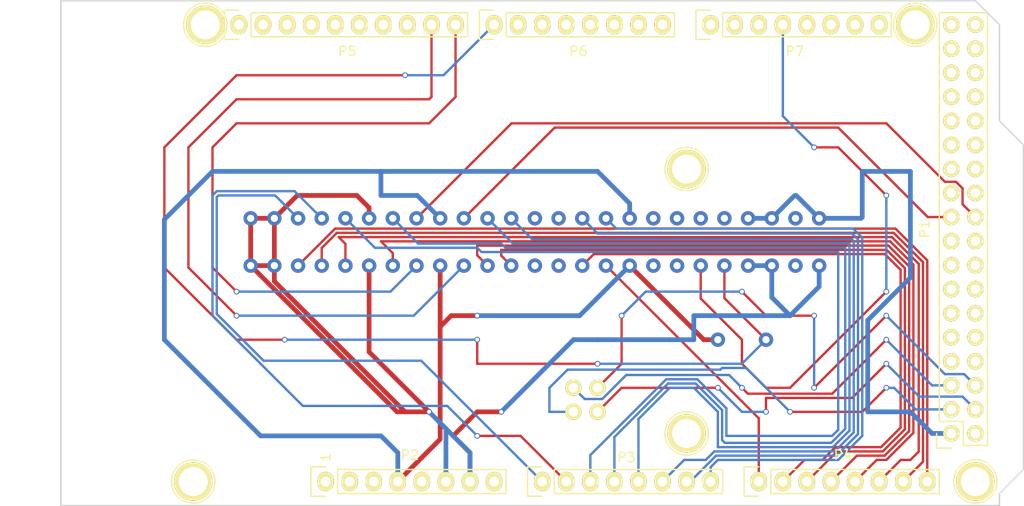
<source format=kicad_pcb>
(kicad_pcb (version 20211014) (generator pcbnew)
  (title_block (date "mar. 31 mars 2015"))
  (layers (0 "F.Cu" signal) (31 "B.Cu" signal) (34 "B.Paste" user) (35 "F.Paste" user) (36 "B.SilkS" user "B.Silkscreen") (37 "F.SilkS" user "F.Silkscreen") (38 "B.Mask" user) (39 "F.Mask" user) (44 "Edge.Cuts" user))
  (net 0 "")
  (net 1 "GND")
  (net 2 "/52(SCK)")
  (net 3 "/53(SS)")
  (net 4 "/50(MISO)")
  (net 5 "/51(MOSI)")
  (net 6 "/48")
  (net 7 "/49")
  (net 8 "/46")
  (net 9 "/47")
  (net 10 "/44")
  (net 11 "/45")
  (net 12 "/42")
  (net 13 "/43")
  (net 14 "/40")
  (net 15 "/41")
  (net 16 "/38")
  (net 17 "/39")
  (net 18 "/36")
  (net 19 "/37")
  (net 20 "/34")
  (net 21 "/35")
  (net 22 "/32")
  (net 23 "/33")
  (net 24 "/30")
  (net 25 "/31")
  (net 26 "/28")
  (net 27 "/29")
  (net 28 "/26")
  (net 29 "/27")
  (net 30 "/24")
  (net 31 "/25")
  (net 32 "/22")
  (net 33 "/23")
  (net 34 "+5V")
  (net 35 "/IOREF")
  (net 36 "/Reset")
  (net 37 "/Vin")
  (net 38 "/A0")
  (net 39 "/A1")
  (net 40 "/A2")
  (net 41 "/A3")
  (net 42 "/A4")
  (net 43 "/A5")
  (net 44 "/A6")
  (net 45 "/A7")
  (net 46 "/A8")
  (net 47 "/A9")
  (net 48 "/A10")
  (net 49 "/A11")
  (net 50 "/A12")
  (net 51 "/A13")
  (net 52 "/A14")
  (net 53 "/A15")
  (net 54 "/SCL")
  (net 55 "/SDA")
  (net 56 "/AREF")
  (net 57 "/9(**)")
  (net 58 "/8(**)")
  (net 59 "/7(**)")
  (net 60 "/20(SDA)")
  (net 61 "/21(SCL)")
  (net 62 "Net-(P8-Pad1)")
  (net 63 "Net-(P9-Pad1)")
  (net 64 "Net-(P10-Pad1)")
  (net 65 "Net-(P11-Pad1)")
  (net 66 "Net-(P12-Pad1)")
  (net 67 "Net-(P13-Pad1)")
  (net 68 "Net-(P2-Pad1)")
  (net 69 "+3V3")
  (net 70 "/14(Tx3)")
  (net 71 "/15(Rx3)")
  (net 72 "/16(Tx2)")
  (net 73 "/17(Rx2)")
  (net 74 "/18(Tx1)")
  (net 75 "/19(Rx1)")
  (footprint "Socket_Arduino_Mega:Socket_Strip_Arduino_2x18" (layer "F.Cu") (at 197.358 114.046 90)
    (fp_text reference "P1" (at 21.59 -2.794 90) (layer "F.SilkS"))
    (fp_text value "Digital")
    (pad "1" thru_hole circle locked (at 0 0 90) (size 1.7272 1.7272) (drill 1.016) (layers *.Cu *.Mask "F.SilkS") (net 1 "GND"))
    (pad "2" thru_hole oval locked (at 0 2.54 90) (size 1.7272 1.7272) (drill 1.016) (layers *.Cu *.Mask "F.SilkS") (net 1 "GND"))
    (pad "3" thru_hole oval locked (at 2.54 0 90) (size 1.7272 1.7272) (drill 1.016) (layers *.Cu *.Mask "F.SilkS") (net 2 "/52(SCK)"))
    (pad "4" thru_hole oval locked (at 2.54 2.54 90) (size 1.7272 1.7272) (drill 1.016) (layers *.Cu *.Mask "F.SilkS") (net 3 "/53(SS)"))
    (pad "5" thru_hole oval locked (at 5.08 0 90) (size 1.7272 1.7272) (drill 1.016) (layers *.Cu *.Mask "F.SilkS") (net 4 "/50(MISO)"))
    (pad "6" thru_hole oval locked (at 5.08 2.54 90) (size 1.7272 1.7272) (drill 1.016) (layers *.Cu *.Mask "F.SilkS") (net 5 "/51(MOSI)"))
    (pad "7" thru_hole oval locked (at 7.62 0 90) (size 1.7272 1.7272) (drill 1.016) (layers *.Cu *.Mask "F.SilkS") (net 6 "/48"))
    (pad "8" thru_hole oval locked (at 7.62 2.54 90) (size 1.7272 1.7272) (drill 1.016) (layers *.Cu *.Mask "F.SilkS") (net 7 "/49"))
    (pad "9" thru_hole oval locked (at 10.16 0 90) (size 1.7272 1.7272) (drill 1.016) (layers *.Cu *.Mask "F.SilkS") (net 8 "/46"))
    (pad "10" thru_hole oval locked (at 10.16 2.54 90) (size 1.7272 1.7272) (drill 1.016) (layers *.Cu *.Mask "F.SilkS") (net 9 "/47"))
    (pad "11" thru_hole oval locked (at 12.7 0 90) (size 1.7272 1.7272) (drill 1.016) (layers *.Cu *.Mask "F.SilkS") (net 10 "/44"))
    (pad "12" thru_hole oval locked (at 12.7 2.54 90) (size 1.7272 1.7272) (drill 1.016) (layers *.Cu *.Mask "F.SilkS") (net 11 "/45"))
    (pad "13" thru_hole oval locked (at 15.24 0 90) (size 1.7272 1.7272) (drill 1.016) (layers *.Cu *.Mask "F.SilkS") (net 12 "/42"))
    (pad "14" thru_hole oval locked (at 15.24 2.54 90) (size 1.7272 1.7272) (drill 1.016) (layers *.Cu *.Mask "F.SilkS") (net 13 "/43"))
    (pad "15" thru_hole oval locked (at 17.78 0 90) (size 1.7272 1.7272) (drill 1.016) (layers *.Cu *.Mask "F.SilkS") (net 14 "/40"))
    (pad "16" thru_hole oval locked (at 17.78 2.54 90) (size 1.7272 1.7272) (drill 1.016) (layers *.Cu *.Mask "F.SilkS") (net 15 "/41"))
    (pad "17" thru_hole oval locked (at 20.32 0 90) (size 1.7272 1.7272) (drill 1.016) (layers *.Cu *.Mask "F.SilkS") (net 16 "/38"))
    (pad "18" thru_hole oval locked (at 20.32 2.54 90) (size 1.7272 1.7272) (drill 1.016) (layers *.Cu *.Mask "F.SilkS") (net 17 "/39"))
    (pad "21" thru_hole oval locked (at 25.4 0 90) (size 1.7272 1.7272) (drill 1.016) (layers *.Cu *.Mask "F.SilkS") (net 20 "/34"))
    (pad "22" thru_hole oval locked (at 25.4 2.54 90) (size 1.7272 1.7272) (drill 1.016) (layers *.Cu *.Mask "F.SilkS") (net 21 "/35"))
    (pad "23" thru_hole oval locked (at 27.94 0 90) (size 1.7272 1.7272) (drill 1.016) (layers *.Cu *.Mask "F.SilkS") (net 22 "/32"))
    (pad "24" thru_hole oval locked (at 27.94 2.54 90) (size 1.7272 1.7272) (drill 1.016) (layers *.Cu *.Mask "F.SilkS") (net 23 "/33"))
    (pad "25" thru_hole oval locked (at 30.48 0 90) (size 1.7272 1.7272) (drill 1.016) (layers *.Cu *.Mask "F.SilkS") (net 24 "/30"))
    (pad "26" thru_hole oval locked (at 30.48 2.54 90) (size 1.7272 1.7272) (drill 1.016) (layers *.Cu *.Mask "F.SilkS") (net 25 "/31"))
    (pad "27" thru_hole oval locked (at 33.02 0 90) (size 1.7272 1.7272) (drill 1.016) (layers *.Cu *.Mask "F.SilkS") (net 26 "/28"))
    (pad "28" thru_hole oval locked (at 33.02 2.54 90) (size 1.7272 1.7272) (drill 1.016) (layers *.Cu *.Mask "F.SilkS") (net 27 "/29"))
    (pad "29" thru_hole oval locked (at 35.56 0 90) (size 1.7272 1.7272) (drill 1.016) (layers *.Cu *.Mask "F.SilkS") (net 28 "/26"))
    (pad "30" thru_hole oval locked (at 35.56 2.54 90) (size 1.7272 1.7272) (drill 1.016) (layers *.Cu *.Mask "F.SilkS") (net 29 "/27"))
    (pad "31" thru_hole oval locked (at 38.1 0 90) (size 1.7272 1.7272) (drill 1.016) (layers *.Cu *.Mask "F.SilkS") (net 30 "/24"))
    (pad "32" thru_hole oval locked (at 38.1 2.54 90) (size 1.7272 1.7272) (drill 1.016) (layers *.Cu *.Mask "F.SilkS") (net 31 "/25"))
    (pad "33" thru_hole oval locked (at 40.64 0 90) (size 1.7272 1.7272) (drill 1.016) (layers *.Cu *.Mask "F.SilkS") (net 32 "/22"))
    (pad "34" thru_hole oval locked (at 40.64 2.54 90) (size 1.7272 1.7272) (drill 1.016) (layers *.Cu *.Mask "F.SilkS") (net 33 "/23"))
    (pad "35" thru_hole oval locked (at 43.18 0 90) (size 1.7272 1.7272) (drill 1.016) (layers *.Cu *.Mask "F.SilkS") (net 34 "+5V"))
    (pad "36" thru_hole oval locked (at 43.18 2.54 90) (size 1.7272 1.7272) (drill 1.016) (layers *.Cu *.Mask "F.SilkS") (net 34 "+5V"))
    (pad "36" thru_hole oval locked (at 22.86 0 90) (size 1.7272 1.7272) (drill 1.016) (layers *.Cu *.Mask "F.SilkS") (net 18 "/36"))
    (pad "37" thru_hole oval locked (at 22.86 2.54 90) (size 1.7272 1.7272) (drill 1.016) (layers *.Cu *.Mask "F.SilkS") (net 19 "/37"))
  )
  (footprint "Socket_Arduino_Mega:Socket_Strip_Arduino_1x08" (layer "F.Cu") (at 131.318 119.126)
    (fp_text reference "P2" (at 8.89 -2.794) (layer "F.SilkS"))
    (fp_text value "Power")
    (pad "1" thru_hole oval locked (at 0 0) (size 1.7272 2.032) (drill 1.016) (layers *.Cu *.Mask "F.SilkS") (net 68 "Net-(P2-Pad1)"))
    (pad "2" thru_hole oval locked (at 2.54 0) (size 1.7272 2.032) (drill 1.016) (layers *.Cu *.Mask "F.SilkS") (net 35 "/IOREF"))
    (pad "3" thru_hole oval locked (at 5.08 0) (size 1.7272 2.032) (drill 1.016) (layers *.Cu *.Mask "F.SilkS") (net 36 "/Reset"))
    (pad "4" thru_hole oval locked (at 7.62 0) (size 1.7272 2.032) (drill 1.016) (layers *.Cu *.Mask "F.SilkS") (net 69 "+3V3"))
    (pad "5" thru_hole oval locked (at 10.16 0) (size 1.7272 2.032) (drill 1.016) (layers *.Cu *.Mask "F.SilkS") (net 34 "+5V"))
    (pad "6" thru_hole oval locked (at 12.7 0) (size 1.7272 2.032) (drill 1.016) (layers *.Cu *.Mask "F.SilkS") (net 1 "GND"))
    (pad "7" thru_hole oval locked (at 15.24 0) (size 1.7272 2.032) (drill 1.016) (layers *.Cu *.Mask "F.SilkS") (net 1 "GND"))
    (pad "8" thru_hole oval locked (at 17.78 0) (size 1.7272 2.032) (drill 1.016) (layers *.Cu *.Mask "F.SilkS") (net 37 "/Vin"))
  )
  (footprint "Socket_Arduino_Mega:Socket_Strip_Arduino_1x08" (layer "F.Cu") (at 154.178 119.126)
    (fp_text reference "P3" (at 8.89 -2.54) (layer "F.SilkS"))
    (fp_text value "Analog")
    (pad "1" thru_hole oval locked (at 0 0) (size 1.7272 2.032) (drill 1.016) (layers *.Cu *.Mask "F.SilkS") (net 38 "/A0"))
    (pad "2" thru_hole oval locked (at 2.54 0) (size 1.7272 2.032) (drill 1.016) (layers *.Cu *.Mask "F.SilkS") (net 39 "/A1"))
    (pad "3" thru_hole oval locked (at 5.08 0) (size 1.7272 2.032) (drill 1.016) (layers *.Cu *.Mask "F.SilkS") (net 40 "/A2"))
    (pad "4" thru_hole oval locked (at 7.62 0) (size 1.7272 2.032) (drill 1.016) (layers *.Cu *.Mask "F.SilkS") (net 41 "/A3"))
    (pad "5" thru_hole oval locked (at 10.16 0) (size 1.7272 2.032) (drill 1.016) (layers *.Cu *.Mask "F.SilkS") (net 42 "/A4"))
    (pad "6" thru_hole oval locked (at 12.7 0) (size 1.7272 2.032) (drill 1.016) (layers *.Cu *.Mask "F.SilkS") (net 43 "/A5"))
    (pad "7" thru_hole oval locked (at 15.24 0) (size 1.7272 2.032) (drill 1.016) (layers *.Cu *.Mask "F.SilkS") (net 44 "/A6"))
    (pad "8" thru_hole oval locked (at 17.78 0) (size 1.7272 2.032) (drill 1.016) (layers *.Cu *.Mask "F.SilkS") (net 45 "/A7"))
  )
  (footprint "Socket_Arduino_Mega:Socket_Strip_Arduino_1x08" (layer "F.Cu") (at 177.038 119.126)
    (fp_text reference "P4" (at 8.89 -2.794) (layer "F.SilkS"))
    (fp_text value "Analog")
    (pad "1" thru_hole oval locked (at 0 0) (size 1.7272 2.032) (drill 1.016) (layers *.Cu *.Mask "F.SilkS") (net 46 "/A8"))
    (pad "2" thru_hole oval locked (at 2.54 0) (size 1.7272 2.032) (drill 1.016) (layers *.Cu *.Mask "F.SilkS") (net 47 "/A9"))
    (pad "3" thru_hole oval locked (at 5.08 0) (size 1.7272 2.032) (drill 1.016) (layers *.Cu *.Mask "F.SilkS") (net 48 "/A10"))
    (pad "4" thru_hole oval locked (at 7.62 0) (size 1.7272 2.032) (drill 1.016) (layers *.Cu *.Mask "F.SilkS") (net 49 "/A11"))
    (pad "5" thru_hole oval locked (at 10.16 0) (size 1.7272 2.032) (drill 1.016) (layers *.Cu *.Mask "F.SilkS") (net 50 "/A12"))
    (pad "6" thru_hole oval locked (at 12.7 0) (size 1.7272 2.032) (drill 1.016) (layers *.Cu *.Mask "F.SilkS") (net 51 "/A13"))
    (pad "7" thru_hole oval locked (at 15.24 0) (size 1.7272 2.032) (drill 1.016) (layers *.Cu *.Mask "F.SilkS") (net 52 "/A14"))
    (pad "8" thru_hole oval locked (at 17.78 0) (size 1.7272 2.032) (drill 1.016) (layers *.Cu *.Mask "F.SilkS") (net 53 "/A15"))
  )
  (footprint "Socket_Arduino_Mega:Socket_Strip_Arduino_1x10" (layer "F.Cu") (at 122.174 70.866)
    (fp_text reference "P5" (at 11.43 2.794) (layer "F.SilkS"))
    (fp_text value "PWM")
    (pad "1" thru_hole oval locked (at 0 0) (size 1.7272 2.032) (drill 1.016) (layers *.Cu *.Mask "F.SilkS") (net 54 "/SCL"))
    (pad "2" thru_hole oval locked (at 2.54 0) (size 1.7272 2.032) (drill 1.016) (layers *.Cu *.Mask "F.SilkS") (net 55 "/SDA"))
    (pad "3" thru_hole oval locked (at 5.08 0) (size 1.7272 2.032) (drill 1.016) (layers *.Cu *.Mask "F.SilkS") (net 56 "/AREF"))
    (pad "4" thru_hole oval locked (at 7.62 0) (size 1.7272 2.032) (drill 1.016) (layers *.Cu *.Mask "F.SilkS") (net 1 "GND"))
    (pad "8" thru_hole oval locked (at 22.86 0) (size 1.7272 2.032) (drill 1.016) (layers *.Cu *.Mask "F.SilkS") (net 58 "/8(**)"))
    (pad "9" thru_hole oval locked (at 20.32 0) (size 1.7272 2.032) (drill 1.016) (layers *.Cu *.Mask "F.SilkS") (net 57 "/9(**)"))
    (pad "10" thru_hole oval locked (at 17.78 0) (size 1.7272 2.032) (drill 1.016) (layers *.Cu *.Mask "F.SilkS"))
    (pad "11" thru_hole oval locked (at 15.24 0) (size 1.7272 2.032) (drill 1.016) (layers *.Cu *.Mask "F.SilkS"))
    (pad "12" thru_hole oval locked (at 12.7 0) (size 1.7272 2.032) (drill 1.016) (layers *.Cu *.Mask "F.SilkS"))
    (pad "13" thru_hole oval locked (at 10.16 0) (size 1.7272 2.032) (drill 1.016) (layers *.Cu *.Mask "F.SilkS"))
  )
  (footprint "Socket_Arduino_Mega:Socket_Strip_Arduino_1x08" (layer "F.Cu") (at 149.098 70.866)
    (fp_text reference "P6" (at 8.89 2.794) (layer "F.SilkS"))
    (fp_text value "PWM")
    (pad "0" thru_hole oval locked (at 17.78 0) (size 1.7272 2.032) (drill 1.016) (layers *.Cu *.Mask "F.SilkS"))
    (pad "1" thru_hole oval locked (at 15.24 0) (size 1.7272 2.032) (drill 1.016) (layers *.Cu *.Mask "F.SilkS"))
    (pad "2" thru_hole oval locked (at 12.7 0) (size 1.7272 2.032) (drill 1.016) (layers *.Cu *.Mask "F.SilkS"))
    (pad "3" thru_hole oval locked (at 10.16 0) (size 1.7272 2.032) (drill 1.016) (layers *.Cu *.Mask "F.SilkS"))
    (pad "4" thru_hole oval locked (at 7.62 0) (size 1.7272 2.032) (drill 1.016) (layers *.Cu *.Mask "F.SilkS"))
    (pad "5" thru_hole oval locked (at 5.08 0) (size 1.7272 2.032) (drill 1.016) (layers *.Cu *.Mask "F.SilkS"))
    (pad "6" thru_hole oval locked (at 2.54 0) (size 1.7272 2.032) (drill 1.016) (layers *.Cu *.Mask "F.SilkS"))
    (pad "7" thru_hole oval locked (at 0 0) (size 1.7272 2.032) (drill 1.016) (layers *.Cu *.Mask "F.SilkS") (net 59 "/7(**)"))
  )
  (footprint "Socket_Arduino_Mega:Socket_Strip_Arduino_1x08" (layer "F.Cu") (at 171.958 70.866)
    (fp_text reference "P7" (at 8.89 2.794) (layer "F.SilkS"))
    (fp_text value "Communication")
    (pad "14" thru_hole oval locked (at 0 0) (size 1.7272 2.032) (drill 1.016) (layers *.Cu *.Mask "F.SilkS") (net 70 "/14(Tx3)"))
    (pad "15" thru_hole oval locked (at 2.54 0) (size 1.7272 2.032) (drill 1.016) (layers *.Cu *.Mask "F.SilkS") (net 71 "/15(Rx3)"))
    (pad "16" thru_hole oval locked (at 5.08 0) (size 1.7272 2.032) (drill 1.016) (layers *.Cu *.Mask "F.SilkS") (net 72 "/16(Tx2)"))
    (pad "17" thru_hole oval locked (at 7.62 0) (size 1.7272 2.032) (drill 1.016) (layers *.Cu *.Mask "F.SilkS") (net 73 "/17(Rx2)"))
    (pad "18" thru_hole oval locked (at 10.16 0) (size 1.7272 2.032) (drill 1.016) (layers *.Cu *.Mask "F.SilkS") (net 74 "/18(Tx1)"))
    (pad "19" thru_hole oval locked (at 12.7 0) (size 1.7272 2.032) (drill 1.016) (layers *.Cu *.Mask "F.SilkS") (net 75 "/19(Rx1)"))
    (pad "20" thru_hole oval locked (at 15.24 0) (size 1.7272 2.032) (drill 1.016) (layers *.Cu *.Mask "F.SilkS") (net 60 "/20(SDA)"))
    (pad "21" thru_hole oval locked (at 17.78 0) (size 1.7272 2.032) (drill 1.016) (layers *.Cu *.Mask "F.SilkS") (net 61 "/21(SCL)"))
  )
  (footprint "Socket_Arduino_Mega:Arduino_1pin" (layer "F.Cu") (at 117.348 119.126)
    (fp_text reference "P8" hide)
    (fp_text value "CONN_01X01" hide)
    (pad "1" thru_hole circle locked (at 0 0) (size 4.064 4.064) (drill 3.048) (layers *.Cu *.Mask "F.SilkS") (net 62 "Net-(P8-Pad1)"))
  )
  (footprint "Socket_Arduino_Mega:Arduino_1pin" (layer "F.Cu") (at 169.418 114.046)
    (fp_text reference "P9" hide)
    (fp_text value "CONN_01X01" hide)
    (pad "1" thru_hole circle locked (at 0 0) (size 4.064 4.064) (drill 3.048) (layers *.Cu *.Mask "F.SilkS") (net 63 "Net-(P9-Pad1)"))
  )
  (footprint "Socket_Arduino_Mega:Arduino_1pin" (layer "F.Cu") (at 199.898 119.126)
    (fp_text reference "P10" hide)
    (fp_text value "CONN_01X01" hide)
    (pad "1" thru_hole circle locked (at 0 0) (size 4.064 4.064) (drill 3.048) (layers *.Cu *.Mask "F.SilkS") (net 64 "Net-(P10-Pad1)"))
  )
  (footprint "Socket_Arduino_Mega:Arduino_1pin" (layer "F.Cu") (at 118.618 70.866)
    (fp_text reference "P11" hide)
    (fp_text value "CONN_01X01" hide)
    (pad "1" thru_hole circle locked (at 0 0) (size 4.064 4.064) (drill 3.048) (layers *.Cu *.Mask "F.SilkS") (net 65 "Net-(P11-Pad1)"))
  )
  (footprint "Socket_Arduino_Mega:Arduino_1pin" (layer "F.Cu") (at 169.418 86.106)
    (fp_text reference "P12" hide)
    (fp_text value "CONN_01X01" hide)
    (pad "1" thru_hole circle locked (at 0 0) (size 4.064 4.064) (drill 3.048) (layers *.Cu *.Mask "F.SilkS") (net 66 "Net-(P12-Pad1)"))
  )
  (footprint "Socket_Arduino_Mega:Arduino_1pin" (layer "F.Cu") (at 193.548 70.866)
    (fp_text reference "P13" hide)
    (fp_text value "CONN_01X01" hide)
    (pad "1" thru_hole circle locked (at 0 0) (size 4.064 4.064) (drill 3.048) (layers *.Cu *.Mask "F.SilkS") (net 67 "Net-(P13-Pad1)"))
  )
  (footprint "" (layer "F.Cu") (at 177.8 104.14 90)
    (fp_text reference "" (at 0 0 90) (layer "F.SilkS") (effects (font (size 1.27 1.27))))
    (fp_text value "" (at 0 0 90) (layer "F.SilkS") (effects (font (size 1.27 1.27))))
    (pad "R" thru_hole circle (at 0 0 90) (size 1.524 1.524) (drill 0.762) (layers *.Cu *.Mask) (net 59 "/7(**)"))
  )
  (footprint "!sanni:N64 Slot" (layer "F.Cu") (at 123.41 96.3147)
    (fp_text reference "J1" hide)
    (fp_text value "N64_Slot")
    (pad "1" thru_hole circle (at 0 0) (size 1.524 1.524) (drill 0.762) (layers *.Cu *.Mask) (net 1 "GND"))
    (pad "2" thru_hole circle (at 2.5 0) (size 1.524 1.524) (drill 0.762) (layers *.Cu *.Mask) (net 1 "GND"))
    (pad "3" thru_hole circle (at 5 0) (size 1.524 1.524) (drill 0.762) (layers *.Cu *.Mask) (net 53 "/A15"))
    (pad "4" thru_hole circle (at 7.5 0) (size 1.524 1.524) (drill 0.762) (layers *.Cu *.Mask) (net 52 "/A14"))
    (pad "5" thru_hole circle (at 10 0) (size 1.524 1.524) (drill 0.762) (layers *.Cu *.Mask) (net 51 "/A13"))
    (pad "6" thru_hole circle (at 12.5 0) (size 1.524 1.524) (drill 0.762) (layers *.Cu *.Mask) (net 1 "GND"))
    (pad "7" thru_hole circle (at 15 0) (size 1.524 1.524) (drill 0.762) (layers *.Cu *.Mask) (net 50 "/A12"))
    (pad "8" thru_hole circle (at 17.5 0) (size 1.524 1.524) (drill 0.762) (layers *.Cu *.Mask) (net 58 "/8(**)"))
    (pad "9" thru_hole circle (at 20 0) (size 1.524 1.524) (drill 0.762) (layers *.Cu *.Mask) (net 69 "+3V3"))
    (pad "10" thru_hole circle (at 22.5 0) (size 1.524 1.524) (drill 0.762) (layers *.Cu *.Mask) (net 57 "/9(**)"))
    (pad "11" thru_hole circle (at 25 0) (size 1.524 1.524) (drill 0.762) (layers *.Cu *.Mask) (net 49 "/A11"))
    (pad "12" thru_hole circle (at 27.5 0) (size 1.524 1.524) (drill 0.762) (layers *.Cu *.Mask) (net 48 "/A10"))
    (pad "13" thru_hole circle (at 30 0) (size 1.524 1.524) (drill 0.762) (layers *.Cu *.Mask))
    (pad "14" thru_hole circle (at 32.5 0) (size 1.524 1.524) (drill 0.762) (layers *.Cu *.Mask))
    (pad "15" thru_hole circle (at 35 0) (size 1.524 1.524) (drill 0.762) (layers *.Cu *.Mask) (net 47 "/A9"))
    (pad "16" thru_hole circle (at 37.5 0) (size 1.524 1.524) (drill 0.762) (layers *.Cu *.Mask) (net 46 "/A8"))
    (pad "17" thru_hole circle (at 40 0) (size 1.524 1.524) (drill 0.762) (layers *.Cu *.Mask) (net 69 "+3V3"))
    (pad "18" thru_hole circle (at 42.5 0) (size 1.524 1.524) (drill 0.762) (layers *.Cu *.Mask))
    (pad "19" thru_hole circle (at 45 0) (size 1.524 1.524) (drill 0.762) (layers *.Cu *.Mask) (net 72 "/16(Tx2)"))
    (pad "20" thru_hole circle (at 47.5 0) (size 1.524 1.524) (drill 0.762) (layers *.Cu *.Mask) (net 73 "/17(Rx2)"))
    (pad "21" thru_hole circle (at 50 0) (size 1.524 1.524) (drill 0.762) (layers *.Cu *.Mask) (net 59 "/7(**)"))
    (pad "22" thru_hole circle (at 52.5 0) (size 1.524 1.524) (drill 0.762) (layers *.Cu *.Mask) (net 1 "GND"))
    (pad "23" thru_hole circle (at 55 0) (size 1.524 1.524) (drill 0.762) (layers *.Cu *.Mask) (net 1 "GND"))
    (pad "24" thru_hole circle (at 57.5 0) (size 1.524 1.524) (drill 0.762) (layers *.Cu *.Mask))
    (pad "25" thru_hole circle (at 60 0) (size 1.524 1.524) (drill 0.762) (layers *.Cu *.Mask) (net 1 "GND"))
    (pad "26" thru_hole circle (at 0 -5) (size 1.524 1.524) (drill 0.762) (layers *.Cu *.Mask) (net 1 "GND"))
    (pad "27" thru_hole circle (at 2.5 -5) (size 1.524 1.524) (drill 0.762) (layers *.Cu *.Mask) (net 1 "GND"))
    (pad "28" thru_hole circle (at 5 -5) (size 1.524 1.524) (drill 0.762) (layers *.Cu *.Mask) (net 38 "/A0"))
    (pad "29" thru_hole circle (at 7.5 -5) (size 1.524 1.524) (drill 0.762) (layers *.Cu *.Mask) (net 39 "/A1"))
    (pad "30" thru_hole circle (at 10 -5) (size 1.524 1.524) (drill 0.762) (layers *.Cu *.Mask) (net 40 "/A2"))
    (pad "31" thru_hole circle (at 12.5 -5) (size 1.524 1.524) (drill 0.762) (layers *.Cu *.Mask) (net 1 "GND"))
    (pad "32" thru_hole circle (at 15 -5) (size 1.524 1.524) (drill 0.762) (layers *.Cu *.Mask) (net 41 "/A3"))
    (pad "33" thru_hole circle (at 17.5 -5) (size 1.524 1.524) (drill 0.762) (layers *.Cu *.Mask) (net 19 "/37"))
    (pad "34" thru_hole circle (at 20 -5) (size 1.524 1.524) (drill 0.762) (layers *.Cu *.Mask) (net 69 "+3V3"))
    (pad "35" thru_hole circle (at 22.5 -5) (size 1.524 1.524) (drill 0.762) (layers *.Cu *.Mask) (net 18 "/36"))
    (pad "36" thru_hole circle (at 25 -5) (size 1.524 1.524) (drill 0.762) (layers *.Cu *.Mask) (net 42 "/A4"))
    (pad "37" thru_hole circle (at 27.5 -5) (size 1.524 1.524) (drill 0.762) (layers *.Cu *.Mask) (net 43 "/A5"))
    (pad "38" thru_hole circle (at 30 -5) (size 1.524 1.524) (drill 0.762) (layers *.Cu *.Mask))
    (pad "39" thru_hole circle (at 32.5 -5) (size 1.524 1.524) (drill 0.762) (layers *.Cu *.Mask))
    (pad "40" thru_hole circle (at 35 -5) (size 1.524 1.524) (drill 0.762) (layers *.Cu *.Mask) (net 44 "/A6"))
    (pad "41" thru_hole circle (at 37.5 -5) (size 1.524 1.524) (drill 0.762) (layers *.Cu *.Mask) (net 45 "/A7"))
    (pad "42" thru_hole circle (at 40 -5) (size 1.524 1.524) (drill 0.762) (layers *.Cu *.Mask) (net 69 "+3V3"))
    (pad "43" thru_hole circle (at 42.5 -5) (size 1.524 1.524) (drill 0.762) (layers *.Cu *.Mask))
    (pad "44" thru_hole circle (at 45 -5) (size 1.524 1.524) (drill 0.762) (layers *.Cu *.Mask))
    (pad "45" thru_hole circle (at 47.5 -5) (size 1.524 1.524) (drill 0.762) (layers *.Cu *.Mask))
    (pad "46" thru_hole circle (at 50 -5) (size 1.524 1.524) (drill 0.762) (layers *.Cu *.Mask))
    (pad "47" thru_hole circle (at 52.5 -5) (size 1.524 1.524) (drill 0.762) (layers *.Cu *.Mask) (net 1 "GND"))
    (pad "48" thru_hole circle (at 55 -5) (size 1.524 1.524) (drill 0.762) (layers *.Cu *.Mask) (net 1 "GND"))
    (pad "49" thru_hole circle (at 57.5 -5) (size 1.524 1.524) (drill 0.762) (layers *.Cu *.Mask))
    (pad "50" thru_hole circle (at 60 -5) (size 1.524 1.524) (drill 0.762) (layers *.Cu *.Mask) (net 1 "GND"))
  )
  (footprint "" (layer "F.Cu") (at 157.48 111.76)
    (fp_text reference "" (at 0 0) (layer "F.SilkS") (effects (font (size 1.27 1.27))))
    (fp_text value "" (at 0 0) (layer "F.SilkS") (effects (font (size 1.27 1.27))))
    (pad "3" thru_hole oval locked (at 0 0 90) (size 1.7272 1.7272) (drill 1.016) (layers *.Cu *.Mask "F.SilkS") (net 2 "/52(SCK)"))
  )
  (footprint "" (layer "F.Cu") (at 172.72 104.14)
    (fp_text reference "" (at 0 0) (layer "F.SilkS") (effects (font (size 1.27 1.27))))
    (fp_text value "" (at 0 0) (layer "F.SilkS") (effects (font (size 1.27 1.27))))
    (pad "R" thru_hole circle (at 0 0) (size 1.524 1.524) (drill 0.762) (layers *.Cu *.Mask) (net 69 "+3V3"))
  )
  (footprint "" (layer "F.Cu") (at 160.02 111.76)
    (fp_text reference "" (at 0 0) (layer "F.SilkS") (effects (font (size 1.27 1.27))))
    (fp_text value "" (at 0 0) (layer "F.SilkS") (effects (font (size 1.27 1.27))))
    (pad "4" thru_hole oval locked (at 0 0 90) (size 1.7272 1.7272) (drill 1.016) (layers *.Cu *.Mask "F.SilkS") (net 3 "/53(SS)"))
  )
  (footprint "" (layer "F.Cu") (at 160.02 109.22)
    (fp_text reference "" (at 0 0) (layer "F.SilkS") (effects (font (size 1.27 1.27))))
    (fp_text value "" (at 0 0) (layer "F.SilkS") (effects (font (size 1.27 1.27))))
    (pad "6" thru_hole oval locked (at 0 0 90) (size 1.7272 1.7272) (drill 1.016) (layers *.Cu *.Mask "F.SilkS") (net 5 "/51(MOSI)"))
  )
  (footprint "" (layer "F.Cu") (at 157.48 109.22)
    (fp_text reference "" (at 0 0) (layer "F.SilkS") (effects (font (size 1.27 1.27))))
    (fp_text value "" (at 0 0) (layer "F.SilkS") (effects (font (size 1.27 1.27))))
    (pad "5" thru_hole oval locked (at 0 0 90) (size 1.7272 1.7272) (drill 1.016) (layers *.Cu *.Mask "F.SilkS") (net 4 "/50(MISO)"))
  )
  (gr_line (start 202.438 81.026) (end 204.978 83.566) (layer "Edge.Cuts") (width 0.15))
  (gr_line (start 103.378 121.666) (end 103.378 68.326) (layer "Edge.Cuts") (width 0.15))
  (gr_line (start 204.978 83.566) (end 204.978 117.856) (layer "Edge.Cuts") (width 0.15))
  (gr_line (start 202.438 121.666) (end 103.378 121.666) (layer "Edge.Cuts") (width 0.15))
  (gr_line (start 103.378 68.326) (end 199.898 68.326) (layer "Edge.Cuts") (width 0.15))
  (gr_line (start 204.978 117.856) (end 202.438 120.396) (layer "Edge.Cuts") (width 0.15))
  (gr_line (start 199.898 68.326) (end 202.438 70.866) (layer "Edge.Cuts") (width 0.15))
  (gr_line (start 202.438 70.866) (end 202.438 81.026) (layer "Edge.Cuts") (width 0.15))
  (gr_line (start 202.438 120.396) (end 202.438 121.666) (layer "Edge.Cuts") (width 0.15))
  (gr_text "1" (at 131.318 116.586 90) (layer "F.SilkS") (effects (font (size 1 1))))
  (segment (start 149.86 111.76) (end 147.32 111.76) (width 0.5) (layer "F.Cu") (net 1))
  (segment (start 135.91 96.3147) (end 135.91 105.43) (width 0.5) (layer "F.Cu") (net 1))
  (segment (start 135.91 91.3147) (end 135.91 90.19) (width 0.5) (layer "F.Cu") (net 1))
  (segment (start 123.41 91.3147) (end 123.41 96.3147) (width 0.5) (layer "F.Cu") (net 1))
  (segment (start 125.91 96.3147) (end 123.41 96.3147) (width 0.5) (layer "F.Cu") (net 1))
  (segment (start 146.558 116.078) (end 146.558 119.126) (width 0.5) (layer "F.Cu") (net 1))
  (segment (start 125.91 91.3147) (end 125.91 96.3147) (width 0.5) (layer "F.Cu") (net 1))
  (segment (start 125.91 97.97) (end 139.7 111.76) (width 0.5) (layer "F.Cu") (net 1))
  (segment (start 135.91 105.43) (end 142.24 111.76) (width 0.5) (layer "F.Cu") (net 1))
  (segment (start 123.41 96.3147) (end 138.8553 111.76) (width 0.5) (layer "F.Cu") (net 1))
  (segment (start 134.62 88.9) (end 128.3247 88.9) (width 0.5) (layer "F.Cu") (net 1))
  (segment (start 135.91 90.19) (end 134.62 88.9) (width 0.5) (layer "F.Cu") (net 1))
  (segment (start 125.91 96.3147) (end 125.91 97.97) (width 0.5) (layer "F.Cu") (net 1))
  (segment (start 138.8553 111.76) (end 139.7 111.76) (width 0.5) (layer "F.Cu") (net 1))
  (segment (start 144.78 114.3) (end 146.558 116.078) (width 0.5) (layer "F.Cu") (net 1))
  (segment (start 128.3247 88.9) (end 125.91 91.3147) (width 0.5) (layer "F.Cu") (net 1))
  (segment (start 125.91 91.3147) (end 123.41 91.3147) (width 0.5) (layer "F.Cu") (net 1))
  (segment (start 147.32 111.76) (end 144.78 114.3) (width 0.5) (layer "F.Cu") (net 1))
  (segment (start 139.7 111.76) (end 142.24 111.76) (width 0.5) (layer "F.Cu") (net 1))
  (via (at 142.24 111.76) (size 0.6) (drill 0.4) (layers "F.Cu" "B.Cu") (net 1))
  (via (at 149.86 111.76) (size 0.6) (drill 0.4) (layers "F.Cu" "B.Cu") (net 1))
  (segment (start 188.53452 102.08545) (end 188.53452 111.76) (width 0.5) (layer "B.Cu") (net 1))
  (segment (start 183.41 98.53) (end 183.41 96.3147) (width 0.5) (layer "B.Cu") (net 1))
  (segment (start 142.24 111.76) (end 144.018 113.538) (width 0.5) (layer "B.Cu") (net 1))
  (segment (start 180.8247 88.9) (end 180.9953 88.9) (width 0.25) (layer "B.Cu") (net 1))
  (segment (start 170.18 101.6) (end 180.34 101.6) (width 0.5) (layer "B.Cu") (net 1))
  (segment (start 149.86 111.76) (end 157.48 104.14) (width 0.5) (layer "B.Cu") (net 1))
  (segment (start 146.558 116.078) (end 146.558 119.126) (width 0.5) (layer "B.Cu") (net 1))
  (segment (start 193.04 97.57997) (end 188.53452 102.08545) (width 0.5) (layer "B.Cu") (net 1))
  (segment (start 178.41 99.67) (end 180.34 101.6) (width 0.5) (layer "B.Cu") (net 1))
  (segment (start 170.18 104.14) (end 170.18 101.6) (width 0.5) (layer "B.Cu") (net 1))
  (segment (start 187.96 86.36) (end 193.04 86.36) (width 0.5) (layer "B.Cu") (net 1))
  (segment (start 167.64 104.14) (end 170.18 104.14) (width 0.5) (layer "B.Cu") (net 1))
  (segment (start 144.018 113.538) (end 144.018 119.126) (width 0.5) (layer "B.Cu") (net 1))
  (segment (start 195.326 114.046) (end 197.358 114.046) (width 0.5) (layer "B.Cu") (net 1))
  (segment (start 160.02 104.14) (end 167.64 104.14) (width 0.5) (layer "B.Cu") (net 1))
  (segment (start 178.41 91.3147) (end 180.8247 88.9) (width 0.5) (layer "B.Cu") (net 1))
  (segment (start 187.8347 91.3147) (end 187.96 91.1894) (width 0.5) (layer "B.Cu") (net 1))
  (segment (start 187.96 91.1894) (end 187.96 86.36) (width 0.5) (layer "B.Cu") (net 1))
  (segment (start 193.04 111.76) (end 195.326 114.046) (width 0.5) (layer "B.Cu") (net 1))
  (segment (start 175.91 96.3147) (end 178.41 96.3147) (width 0.5) (layer "B.Cu") (net 1))
  (segment (start 175.91 91.3147) (end 178.41 91.3147) (width 0.5) (layer "B.Cu") (net 1))
  (segment (start 157.48 104.14) (end 160.02 104.14) (width 0.5) (layer "B.Cu") (net 1))
  (segment (start 144.018 113.538) (end 146.558 116.078) (width 0.5) (layer "B.Cu") (net 1))
  (segment (start 180.34 101.6) (end 183.41 98.53) (width 0.5) (layer "B.Cu") (net 1))
  (segment (start 193.04 86.36) (end 193.04 97.57997) (width 0.5) (layer "B.Cu") (net 1))
  (segment (start 183.41 91.3147) (end 187.8347 91.3147) (width 0.5) (layer "B.Cu") (net 1))
  (segment (start 183.41 91.3147) (end 180.9953 88.9) (width 0.5) (layer "B.Cu") (net 1))
  (segment (start 188.53452 111.76) (end 193.04 111.76) (width 0.5) (layer "B.Cu") (net 1))
  (segment (start 178.41 96.3147) (end 178.41 99.67) (width 0.5) (layer "B.Cu") (net 1))
  (segment (start 190.5 109.22) (end 187.96 111.76) (width 0.25) (layer "F.Cu") (net 2))
  (segment (start 187.96 111.76) (end 180.34 111.76) (width 0.25) (layer "F.Cu") (net 2))
  (via (at 180.34 111.76) (size 0.6) (drill 0.4) (layers "F.Cu" "B.Cu") (net 2))
  (via (at 190.5 109.22) (size 0.6) (drill 0.4) (layers "F.Cu" "B.Cu") (net 2))
  (segment (start 154.94 109.22) (end 154.94 111.76) (width 0.25) (layer "B.Cu") (net 2))
  (segment (start 173.16952 107.12952) (end 172.994529 107.304511) (width 0.25) (layer "B.Cu") (net 2))
  (segment (start 172.994529 107.304511) (end 156.855489 107.304511) (width 0.25) (layer "B.Cu") (net 2))
  (segment (start 193.598494 111.506) (end 191.312494 109.22) (width 0.25) (layer "B.Cu") (net 2))
  (segment (start 197.358 111.506) (end 193.598494 111.506) (width 0.25) (layer "B.Cu") (net 2))
  (segment (start 191.312494 109.22) (end 190.5 109.22) (width 0.25) (layer "B.Cu") (net 2))
  (segment (start 154.94 111.76) (end 157.48 111.76) (width 0.25) (layer "B.Cu") (net 2))
  (segment (start 156.855489 107.304511) (end 154.94 109.22) (width 0.25) (layer "B.Cu") (net 2))
  (segment (start 175.70952 107.12952) (end 173.16952 107.12952) (width 0.25) (layer "B.Cu") (net 2))
  (segment (start 180.34 111.76) (end 175.70952 107.12952) (width 0.25) (layer "B.Cu") (net 2))
  (segment (start 177.8 110.294031) (end 177.8 111.76) (width 0.25) (layer "F.Cu") (net 3))
  (segment (start 172.72 109.22) (end 162.56 109.22) (width 0.25) (layer "F.Cu") (net 3))
  (segment (start 190.5 106.68) (end 186.885969 110.294031) (width 0.25) (layer "F.Cu") (net 3))
  (segment (start 186.885969 110.294031) (end 177.8 110.294031) (width 0.25) (layer "F.Cu") (net 3))
  (segment (start 162.56 109.22) (end 160.02 111.76) (width 0.25) (layer "F.Cu") (net 3))
  (via (at 190.5 106.68) (size 0.6) (drill 0.4) (layers "F.Cu" "B.Cu") (net 3))
  (via (at 172.72 109.22) (size 0.6) (drill 0.4) (layers "F.Cu" "B.Cu") (net 3))
  (via (at 177.8 111.76) (size 0.6) (drill 0.4) (layers "F.Cu" "B.Cu") (net 3))
  (segment (start 177.8 111.76) (end 175.26 111.76) (width 0.25) (layer "B.Cu") (net 3))
  (segment (start 193.974111 110.154111) (end 190.5 106.68) (width 0.25) (layer "B.Cu") (net 3))
  (segment (start 198.546111 110.154111) (end 193.974111 110.154111) (width 0.25) (layer "B.Cu") (net 3))
  (segment (start 199.898 111.506) (end 198.546111 110.154111) (width 0.25) (layer "B.Cu") (net 3))
  (segment (start 175.26 111.76) (end 172.72 109.22) (width 0.25) (layer "B.Cu") (net 3))
  (segment (start 184.795489 109.844511) (end 175.884511 109.844511) (width 0.25) (layer "F.Cu") (net 4))
  (segment (start 190.5 104.14) (end 184.795489 109.844511) (width 0.25) (layer "F.Cu") (net 4))
  (segment (start 175.884511 109.844511) (end 175.26 109.22) (width 0.25) (layer "F.Cu") (net 4))
  (via (at 175.26 109.22) (size 0.6) (drill 0.4) (layers "F.Cu" "B.Cu") (net 4))
  (via (at 190.5 104.14) (size 0.6) (drill 0.4) (layers "F.Cu" "B.Cu") (net 4))
  (segment (start 195.326 108.966) (end 190.5 104.14) (width 0.25) (layer "B.Cu") (net 4))
  (segment (start 160.512133 110.408111) (end 158.668111 110.408111) (width 0.25) (layer "B.Cu") (net 4))
  (segment (start 173.91144 107.87144) (end 163.048804 107.87144) (width 0.25) (layer "B.Cu") (net 4))
  (segment (start 163.048804 107.87144) (end 160.512133 110.408111) (width 0.25) (layer "B.Cu") (net 4))
  (segment (start 197.358 108.966) (end 195.326 108.966) (width 0.25) (layer "B.Cu") (net 4))
  (segment (start 175.26 109.22) (end 173.91144 107.87144) (width 0.25) (layer "B.Cu") (net 4))
  (segment (start 158.668111 110.408111) (end 157.48 109.22) (width 0.25) (layer "B.Cu") (net 4))
  (segment (start 182.88 101.6) (end 177.8 101.6) (width 0.25) (layer "F.Cu") (net 5))
  (segment (start 162.56 101.6) (end 162.56 106.68) (width 0.25) (layer "F.Cu") (net 5))
  (segment (start 177.8 101.6) (end 175.26 99.06) (width 0.25) (layer "F.Cu") (net 5))
  (segment (start 190.5 101.6) (end 182.88 109.22) (width 0.25) (layer "F.Cu") (net 5))
  (segment (start 162.56 106.68) (end 160.02 109.22) (width 0.25) (layer "F.Cu") (net 5))
  (via (at 190.5 101.6) (size 0.6) (drill 0.4) (layers "F.Cu" "B.Cu") (net 5))
  (via (at 162.56 101.6) (size 0.6) (drill 0.4) (layers "F.Cu" "B.Cu") (net 5))
  (via (at 175.26 99.06) (size 0.6) (drill 0.4) (layers "F.Cu" "B.Cu") (net 5))
  (via (at 182.88 101.6) (size 0.6) (drill 0.4) (layers "F.Cu" "B.Cu") (net 5))
  (via (at 182.88 109.22) (size 0.6) (drill 0.4) (layers "F.Cu" "B.Cu") (net 5))
  (segment (start 190.941596 102.041596) (end 190.5 101.6) (width 0.25) (layer "B.Cu") (net 5))
  (segment (start 198.709889 107.777889) (end 196.677889 107.777889) (width 0.25) (layer "B.Cu") (net 5))
  (segment (start 175.26 99.06) (end 165.1 99.06) (width 0.25) (layer "B.Cu") (net 5))
  (segment (start 199.898 108.966) (end 198.709889 107.777889) (width 0.25) (layer "B.Cu") (net 5))
  (segment (start 196.677889 107.777889) (end 190.941596 102.041596) (width 0.25) (layer "B.Cu") (net 5))
  (segment (start 182.88 109.22) (end 182.88 101.6) (width 0.25) (layer "B.Cu") (net 5))
  (segment (start 165.1 99.06) (end 162.56 101.6) (width 0.25) (layer "B.Cu") (net 5))
  (segment (start 185.42 81.72952) (end 194.87648 91.186) (width 0.25) (layer "F.Cu") (net 18))
  (segment (start 145.91 91.3147) (end 155.49518 81.72952) (width 0.25) (layer "F.Cu") (net 18))
  (segment (start 155.49518 81.72952) (end 185.42 81.72952) (width 0.25) (layer "F.Cu") (net 18))
  (segment (start 194.87648 91.186) (end 197.358 91.186) (width 0.25) (layer "F.Cu") (net 18))
  (segment (start 197.850133 87.457889) (end 198.546111 88.153867) (width 0.25) (layer "F.Cu") (net 19))
  (segment (start 198.546111 89.834111) (end 199.898 91.186) (width 0.25) (layer "F.Cu") (net 19))
  (segment (start 140.91 91.3147) (end 150.9447 81.28) (width 0.25) (layer "F.Cu") (net 19))
  (segment (start 150.9447 81.28) (end 190.5 81.28) (width 0.25) (layer "F.Cu") (net 19))
  (segment (start 198.546111 88.153867) (end 198.546111 89.834111) (width 0.25) (layer "F.Cu") (net 19))
  (segment (start 190.5 81.28) (end 196.677889 87.457889) (width 0.25) (layer "F.Cu") (net 19))
  (segment (start 196.677889 87.457889) (end 197.850133 87.457889) (width 0.25) (layer "F.Cu") (net 19))
  (segment (start 119.82952 89.086198) (end 119.82952 101.413802) (width 0.25) (layer "B.Cu") (net 38))
  (segment (start 141.414141 106.362141) (end 154.178 119.126) (width 0.25) (layer "B.Cu") (net 38))
  (segment (start 120.015718 88.9) (end 119.82952 89.086198) (width 0.25) (layer "B.Cu") (net 38))
  (segment (start 125.9953 88.9) (end 120.015718 88.9) (width 0.25) (layer "B.Cu") (net 38))
  (segment (start 124.777859 106.362141) (end 141.414141 106.362141) (width 0.25) (layer "B.Cu") (net 38))
  (segment (start 128.41 91.3147) (end 125.9953 88.9) (width 0.25) (layer "B.Cu") (net 38))
  (segment (start 119.82952 101.413802) (end 124.777859 106.362141) (width 0.25) (layer "B.Cu") (net 38))
  (segment (start 147.32 114.3) (end 151.892 114.3) (width 0.25) (layer "F.Cu") (net 39))
  (segment (start 151.892 114.3) (end 156.718 119.126) (width 0.25) (layer "F.Cu") (net 39))
  (via (at 147.32 114.3) (size 0.6) (drill 0.4) (layers "F.Cu" "B.Cu") (net 39))
  (segment (start 119.82952 88.45048) (end 119.38 88.9) (width 0.25) (layer "B.Cu") (net 39))
  (segment (start 130.91 91.3147) (end 128.04578 88.45048) (width 0.25) (layer "B.Cu") (net 39))
  (segment (start 144.155489 111.135489) (end 147.32 114.3) (width 0.25) (layer "B.Cu") (net 39))
  (segment (start 119.38 88.9) (end 119.38 101.6) (width 0.25) (layer "B.Cu") (net 39))
  (segment (start 128.915489 111.135489) (end 144.155489 111.135489) (width 0.25) (layer "B.Cu") (net 39))
  (segment (start 124.46 106.68) (end 128.915489 111.135489) (width 0.25) (layer "B.Cu") (net 39))
  (segment (start 128.04578 88.45048) (end 119.82952 88.45048) (width 0.25) (layer "B.Cu") (net 39))
  (segment (start 119.38 101.6) (end 124.46 106.68) (width 0.25) (layer "B.Cu") (net 39))
  (segment (start 147.76952 94.87904) (end 185.42 94.87904) (width 0.25) (layer "B.Cu") (net 40))
  (segment (start 170.552394 108.32096) (end 167.267604 108.32096) (width 0.25) (layer "B.Cu") (net 40))
  (segment (start 136.52482 94.42952) (end 147.32 94.42952) (width 0.25) (layer "B.Cu") (net 40))
  (segment (start 185.42 94.87904) (end 185.42 113.66141) (width 0.25) (layer "B.Cu") (net 40))
  (segment (start 173.61904 111.387604) (end 170.552394 108.32096) (width 0.25) (layer "B.Cu") (net 40))
  (segment (start 167.267604 108.32096) (end 159.258 116.330565) (width 0.25) (layer "B.Cu") (net 40))
  (segment (start 184.78141 114.3) (end 173.61904 114.3) (width 0.25) (layer "B.Cu") (net 40))
  (segment (start 173.61904 114.3) (end 173.61904 111.387604) (width 0.25) (layer "B.Cu") (net 40))
  (segment (start 133.41 91.3147) (end 136.52482 94.42952) (width 0.25) (layer "B.Cu") (net 40))
  (segment (start 159.258 116.330565) (end 159.258 119.126) (width 0.25) (layer "B.Cu") (net 40))
  (segment (start 185.42 113.66141) (end 184.78141 114.3) (width 0.25) (layer "B.Cu") (net 40))
  (segment (start 147.32 94.42952) (end 147.76952 94.87904) (width 0.25) (layer "B.Cu") (net 40))
  (segment (start 149.86 93.98) (end 150.30952 94.42952) (width 0.25) (layer "B.Cu") (net 41))
  (segment (start 161.798 114.426282) (end 161.798 119.126) (width 0.25) (layer "B.Cu") (net 41))
  (segment (start 184.675208 115.04192) (end 173.46192 115.04192) (width 0.25) (layer "B.Cu") (net 41))
  (segment (start 186.16192 94.42952) (end 186.16192 113.555208) (width 0.25) (layer "B.Cu") (net 41))
  (segment (start 167.453802 108.77048) (end 161.798 114.426282) (width 0.25) (layer "B.Cu") (net 41))
  (segment (start 173.46192 115.04192) (end 173.16952 114.74952) (width 0.25) (layer "B.Cu") (net 41))
  (segment (start 138.41 91.3147) (end 141.0753 93.98) (width 0.25) (layer "B.Cu") (net 41))
  (segment (start 141.0753 93.98) (end 149.86 93.98) (width 0.25) (layer "B.Cu") (net 41))
  (segment (start 150.30952 94.42952) (end 186.16192 94.42952) (width 0.25) (layer "B.Cu") (net 41))
  (segment (start 173.16952 111.573802) (end 170.366197 108.77048) (width 0.25) (layer "B.Cu") (net 41))
  (segment (start 173.16952 114.74952) (end 173.16952 111.573802) (width 0.25) (layer "B.Cu") (net 41))
  (segment (start 170.366197 108.77048) (end 167.453802 108.77048) (width 0.25) (layer "B.Cu") (net 41))
  (segment (start 186.16192 113.555208) (end 184.675208 115.04192) (width 0.25) (layer "B.Cu") (net 41))
  (segment (start 167.64 109.22) (end 164.338 112.522) (width 0.25) (layer "B.Cu") (net 42))
  (segment (start 186.61144 113.741406) (end 184.861406 115.49144) (width 0.25) (layer "B.Cu") (net 42))
  (segment (start 172.72 115.49144) (end 172.72 111.76) (width 0.25) (layer "B.Cu") (net 42))
  (segment (start 170.18 109.22) (end 167.64 109.22) (width 0.25) (layer "B.Cu") (net 42))
  (segment (start 148.41 91.3147) (end 151.0753 93.98) (width 0.25) (layer "B.Cu") (net 42))
  (segment (start 186.61144 93.98) (end 186.61144 113.741406) (width 0.25) (layer "B.Cu") (net 42))
  (segment (start 172.72 111.76) (end 170.18 109.22) (width 0.25) (layer "B.Cu") (net 42))
  (segment (start 164.338 112.522) (end 164.338 119.126) (width 0.25) (layer "B.Cu") (net 42))
  (segment (start 151.0753 93.98) (end 186.61144 93.98) (width 0.25) (layer "B.Cu") (net 42))
  (segment (start 184.861406 115.49144) (end 172.72 115.49144) (width 0.25) (layer "B.Cu") (net 42))
  (segment (start 187.06096 113.927604) (end 185.047604 115.94096) (width 0.25) (layer "B.Cu") (net 43))
  (segment (start 172.347605 115.94096) (end 171.448565 116.84) (width 0.25) (layer "B.Cu") (net 43))
  (segment (start 171.448565 116.84) (end 169.164 116.84) (width 0.25) (layer "B.Cu") (net 43))
  (segment (start 185.047604 115.94096) (end 172.347605 115.94096) (width 0.25) (layer "B.Cu") (net 43))
  (segment (start 186.856622 93.53048) (end 187.06096 93.734818) (width 0.25) (layer "B.Cu") (net 43))
  (segment (start 169.164 116.84) (end 166.878 119.126) (width 0.25) (layer "B.Cu") (net 43))
  (segment (start 153.12578 93.53048) (end 186.856622 93.53048) (width 0.25) (layer "B.Cu") (net 43))
  (segment (start 150.91 91.3147) (end 153.12578 93.53048) (width 0.25) (layer "B.Cu") (net 43))
  (segment (start 187.06096 93.734818) (end 187.06096 113.927604) (width 0.25) (layer "B.Cu") (net 43))
  (segment (start 185.233802 116.39048) (end 172.533803 116.39048) (width 0.25) (layer "B.Cu") (net 44))
  (segment (start 160.02 92.9247) (end 186.88656 92.9247) (width 0.25) (layer "B.Cu") (net 44))
  (segment (start 169.798283 119.126) (end 169.418 119.126) (width 0.25) (layer "B.Cu") (net 44))
  (segment (start 187.51048 93.54862) (end 187.51048 114.113802) (width 0.25) (layer "B.Cu") (net 44))
  (segment (start 187.51048 114.113802) (end 185.233802 116.39048) (width 0.25) (layer "B.Cu") (net 44))
  (segment (start 186.88656 92.9247) (end 187.51048 93.54862) (width 0.25) (layer "B.Cu") (net 44))
  (segment (start 172.533803 116.39048) (end 169.798283 119.126) (width 0.25) (layer "B.Cu") (net 44))
  (segment (start 158.41 91.3147) (end 160.02 92.9247) (width 0.25) (layer "B.Cu") (net 44))
  (segment (start 172.72 116.84) (end 171.958 117.602) (width 0.25) (layer "B.Cu") (net 45))
  (segment (start 160.91 91.3147) (end 161.996511 92.401211) (width 0.25) (layer "B.Cu") (net 45))
  (segment (start 187.96 114.3) (end 185.42 116.84) (width 0.25) (layer "B.Cu") (net 45))
  (segment (start 186.998789 92.401211) (end 187.96 93.362422) (width 0.25) (layer "B.Cu") (net 45))
  (segment (start 161.996511 92.401211) (end 186.998789 92.401211) (width 0.25) (layer "B.Cu") (net 45))
  (segment (start 171.958 117.602) (end 171.958 119.126) (width 0.25) (layer "B.Cu") (net 45))
  (segment (start 185.42 116.84) (end 172.72 116.84) (width 0.25) (layer "B.Cu") (net 45))
  (segment (start 187.96 93.362422) (end 187.96 114.3) (width 0.25) (layer "B.Cu") (net 45))
  (segment (start 160.91 96.3147) (end 177.038 112.4427) (width 0.25) (layer "F.Cu") (net 46))
  (segment (start 177.038 112.4427) (end 177.038 119.126) (width 0.25) (layer "F.Cu") (net 46))
  (segment (start 183.768283 116.84) (end 185.116842 115.49144) (width 0.25) (layer "F.Cu") (net 47))
  (segment (start 159.626369 95.098331) (end 158.41 96.3147) (width 0.25) (layer "F.Cu") (net 47))
  (segment (start 181.864 116.84) (end 183.768283 116.84) (width 0.25) (layer "F.Cu") (net 47))
  (segment (start 190.344023 95.098331) (end 159.626369 95.098331) (width 0.25) (layer "F.Cu") (net 47))
  (segment (start 192.007863 113.424983) (end 192.007863 96.762171) (width 0.25) (layer "F.Cu") (net 47))
  (segment (start 192.007863 96.762171) (end 190.344023 95.098331) (width 0.25) (layer "F.Cu") (net 47))
  (segment (start 189.941406 115.49144) (end 192.007863 113.424983) (width 0.25) (layer "F.Cu") (net 47))
  (segment (start 185.116842 115.49144) (end 189.941406 115.49144) (width 0.25) (layer "F.Cu") (net 47))
  (segment (start 179.578 119.126) (end 181.864 116.84) (width 0.25) (layer "F.Cu") (net 47))
  (segment (start 149.86 94.648811) (end 190.530221 94.648811) (width 0.25) (layer "F.Cu") (net 48))
  (segment (start 150.91 96.3147) (end 149.86 95.2647) (width 0.25) (layer "F.Cu") (net 48))
  (segment (start 185.30304 115.94096) (end 182.118 119.126) (width 0.25) (layer "F.Cu") (net 48))
  (segment (start 190.127604 115.94096) (end 185.30304 115.94096) (width 0.25) (layer "F.Cu") (net 48))
  (segment (start 192.457383 96.575973) (end 192.457383 113.611181) (width 0.25) (layer "F.Cu") (net 48))
  (segment (start 149.86 95.2647) (end 149.86 94.648811) (width 0.25) (layer "F.Cu") (net 48))
  (segment (start 192.457383 113.611181) (end 190.127604 115.94096) (width 0.25) (layer "F.Cu") (net 48))
  (segment (start 190.530221 94.648811) (end 192.457383 96.575973) (width 0.25) (layer "F.Cu") (net 48))
  (segment (start 147.32 95.2247) (end 147.32 94.199291) (width 0.25) (layer "F.Cu") (net 49))
  (segment (start 192.906903 96.389775) (end 192.906903 96.52) (width 0.25) (layer "F.Cu") (net 49))
  (segment (start 192.906903 113.797379) (end 192.722141 113.982141) (width 0.25) (layer "F.Cu") (net 49))
  (segment (start 190.5 94.199291) (end 190.716419 94.199291) (width 0.25) (layer "F.Cu") (net 49))
  (segment (start 187.39352 116.39048) (end 189.670198 116.39048) (width 0.25) (layer "F.Cu") (net 49))
  (segment (start 192.906903 96.52) (end 192.906903 113.797379) (width 0.25) (layer "F.Cu") (net 49))
  (segment (start 190.716419 94.199291) (end 192.906903 96.389775) (width 0.25) (layer "F.Cu") (net 49))
  (segment (start 184.658 119.126) (end 187.39352 116.39048) (width 0.25) (layer "F.Cu") (net 49))
  (segment (start 148.41 96.3147) (end 147.32 95.2247) (width 0.25) (layer "F.Cu") (net 49))
  (segment (start 190.313802 116.39048) (end 192.722141 113.982141) (width 0.25) (layer "F.Cu") (net 49))
  (segment (start 189.670198 116.39048) (end 190.313802 116.39048) (width 0.25) (layer "F.Cu") (net 49))
  (segment (start 147.32 94.199291) (end 190.5 94.199291) (width 0.25) (layer "F.Cu") (net 49))
  (segment (start 190.5 116.84) (end 189.484 116.84) (width 0.25) (layer "F.Cu") (net 50))
  (segment (start 138.41 94.999771) (end 137.16 93.749771) (width 0.25) (layer "F.Cu") (net 50))
  (segment (start 138.41 96.3147) (end 138.41 94.999771) (width 0.25) (layer "F.Cu") (net 50))
  (segment (start 193.356423 96.203577) (end 193.356423 113.983577) (width 0.25) (layer "F.Cu") (net 50))
  (segment (start 190.902617 93.749771) (end 193.356423 96.203577) (width 0.25) (layer "F.Cu") (net 50))
  (segment (start 193.356423 113.983577) (end 190.5 116.84) (width 0.25) (layer "F.Cu") (net 50))
  (segment (start 137.16 93.749771) (end 190.902617 93.749771) (width 0.25) (layer "F.Cu") (net 50))
  (segment (start 189.484 116.84) (end 187.198 119.126) (width 0.25) (layer "F.Cu") (net 50))
  (segment (start 133.41 96.3147) (end 133.41 94.014366) (width 0.25) (layer "F.Cu") (net 51))
  (segment (start 193.91896 96.130396) (end 193.91896 115.96104) (width 0.25) (layer "F.Cu") (net 51))
  (segment (start 193.91896 115.96104) (end 193.04 116.84) (width 0.25) (layer "F.Cu") (net 51))
  (segment (start 193.04 116.84) (end 192.024 116.84) (width 0.25) (layer "F.Cu") (net 51))
  (segment (start 192.024 116.84) (end 189.738 119.126) (width 0.25) (layer "F.Cu") (net 51))
  (segment (start 132.695885 93.300251) (end 191.088815 93.300251) (width 0.25) (layer "F.Cu") (net 51))
  (segment (start 133.41 94.014366) (end 132.695885 93.300251) (width 0.25) (layer "F.Cu") (net 51))
  (segment (start 191.088815 93.300251) (end 193.91896 96.130396) (width 0.25) (layer "F.Cu") (net 51))
  (segment (start 132.509687 92.850731) (end 191.275013 92.850731) (width 0.25) (layer "F.Cu") (net 52))
  (segment (start 194.36848 95.944198) (end 194.36848 117.03552) (width 0.25) (layer "F.Cu") (net 52))
  (segment (start 194.36848 117.03552) (end 192.278 119.126) (width 0.25) (layer "F.Cu") (net 52))
  (segment (start 130.91 96.3147) (end 130.91 94.450418) (width 0.25) (layer "F.Cu") (net 52))
  (segment (start 191.275013 92.850731) (end 194.36848 95.944198) (width 0.25) (layer "F.Cu") (net 52))
  (segment (start 130.91 94.450418) (end 132.509687 92.850731) (width 0.25) (layer "F.Cu") (net 52))
  (segment (start 194.818 119.126) (end 194.818 95.758) (width 0.25) (layer "F.Cu") (net 53))
  (segment (start 194.818 95.758) (end 191.461211 92.401211) (width 0.25) (layer "F.Cu") (net 53))
  (segment (start 132.323489 92.401211) (end 128.41 96.3147) (width 0.25) (layer "F.Cu") (net 53))
  (segment (start 191.461211 92.401211) (end 132.323489 92.401211) (width 0.25) (layer "F.Cu") (net 53))
  (segment (start 116.84 96.52) (end 116.84 83.82) (width 0.25) (layer "F.Cu") (net 57))
  (segment (start 121.92 101.6) (end 116.84 96.52) (width 0.25) (layer "F.Cu") (net 57))
  (segment (start 121.92 78.74) (end 142.24 78.74) (width 0.25) (layer "F.Cu") (net 57))
  (segment (start 142.494 78.486) (end 142.494 70.866) (width 0.25) (layer "F.Cu") (net 57))
  (segment (start 142.24 78.74) (end 142.494 78.486) (width 0.25) (layer "F.Cu") (net 57))
  (segment (start 116.84 83.82) (end 121.92 78.74) (width 0.25) (layer "F.Cu") (net 57))
  (via (at 121.92 101.6) (size 0.6) (drill 0.4) (layers "F.Cu" "B.Cu") (net 57))
  (segment (start 145.91 96.3147) (end 140.6247 101.6) (width 0.25) (layer "B.Cu") (net 57))
  (segment (start 140.6247 101.6) (end 121.92 101.6) (width 0.25) (layer "B.Cu") (net 57))
  (segment (start 119.38 96.52) (end 119.38 83.82) (width 0.25) (layer "F.Cu") (net 58))
  (segment (start 119.38 83.82) (end 121.92 81.28) (width 0.25) (layer "F.Cu") (net 58))
  (segment (start 121.92 81.28) (end 142.24 81.28) (width 0.25) (layer "F.Cu") (net 58))
  (segment (start 121.92 99.06) (end 119.38 96.52) (width 0.25) (layer "F.Cu") (net 58))
  (segment (start 142.24 81.28) (end 145.034 78.486) (width 0.25) (layer "F.Cu") (net 58))
  (segment (start 145.034 78.486) (end 145.034 70.866) (width 0.25) (layer "F.Cu") (net 58))
  (via (at 121.92 99.06) (size 0.6) (drill 0.4) (layers "F.Cu" "B.Cu") (net 58))
  (segment (start 140.91 96.3147) (end 138.1647 99.06) (width 0.25) (layer "B.Cu") (net 58))
  (segment (start 138.1647 99.06) (end 121.92 99.06) (width 0.25) (layer "B.Cu") (net 58))
  (segment (start 121.92 76.2) (end 139.7 76.2) (width 0.25) (layer "F.Cu") (net 59))
  (segment (start 173.41 99.75) (end 177.8 104.14) (width 0.25) (layer "F.Cu") (net 59))
  (segment (start 127 104.14) (end 121.92 104.14) (width 0.25) (layer "F.Cu") (net 59))
  (segment (start 114.3 83.82) (end 121.92 76.2) (width 0.25) (layer "F.Cu") (net 59))
  (segment (start 173.41 96.3147) (end 173.41 99.75) (width 0.25) (layer "F.Cu") (net 59))
  (segment (start 114.3 96.52) (end 114.3 83.82) (width 0.25) (layer "F.Cu") (net 59))
  (segment (start 160.02 106.68) (end 147.32 106.68) (width 0.25) (layer "F.Cu") (net 59))
  (segment (start 147.32 106.68) (end 147.32 104.14) (width 0.25) (layer "F.Cu") (net 59))
  (segment (start 121.92 104.14) (end 114.3 96.52) (width 0.25) (layer "F.Cu") (net 59))
  (via (at 147.32 104.14) (size 0.6) (drill 0.4) (layers "F.Cu" "B.Cu") (net 59))
  (via (at 160.02 106.68) (size 0.6) (drill 0.4) (layers "F.Cu" "B.Cu") (net 59))
  (via (at 127 104.14) (size 0.6) (drill 0.4) (layers "F.Cu" "B.Cu") (net 59))
  (via (at 139.7 76.2) (size 0.6) (drill 0.4) (layers "F.Cu" "B.Cu") (net 59))
  (segment (start 147.32 104.14) (end 127 104.14) (width 0.25) (layer "B.Cu") (net 59))
  (segment (start 139.7 76.2) (end 143.764 76.2) (width 0.25) (layer "B.Cu") (net 59))
  (segment (start 177.8 104.14) (end 175.26 106.68) (width 0.25) (layer "B.Cu") (net 59))
  (segment (start 173.49 96.3947) (end 173.41 96.3147) (width 0.4) (layer "B.Cu") (net 59))
  (segment (start 175.26 106.68) (end 160.02 106.68) (width 0.25) (layer "B.Cu") (net 59))
  (segment (start 143.764 76.2) (end 149.098 70.866) (width 0.25) (layer "B.Cu") (net 59))
  (segment (start 147.32 101.6) (end 144.58 101.6) (width 0.5) (layer "F.Cu") (net 69))
  (segment (start 171.2353 104.14) (end 172.72 104.14) (width 0.5) (layer "F.Cu") (net 69))
  (segment (start 143.41 114.654) (end 138.938 119.126) (width 0.5) (layer "F.Cu") (net 69))
  (segment (start 163.41 96.3147) (end 171.2353 104.14) (width 0.5) (layer "F.Cu") (net 69))
  (segment (start 143.41 96.3147) (end 143.41 102.77) (width 0.5) (layer "F.Cu") (net 69))
  (segment (start 144.58 101.6) (end 143.41 102.77) (width 0.5) (layer "F.Cu") (net 69))
  (segment (start 143.41 102.77) (end 143.41 114.654) (width 0.5) (layer "F.Cu") (net 69))
  (via (at 147.32 101.6) (size 0.6) (drill 0.4) (layers "F.Cu" "B.Cu") (net 69))
  (segment (start 158.1247 101.6) (end 147.32 101.6) (width 0.5) (layer "B.Cu") (net 69))
  (segment (start 137.16 86.36) (end 119.38 86.36) (width 0.5) (layer "B.Cu") (net 69))
  (segment (start 138.938 116.078) (end 138.938 119.126) (width 0.5) (layer "B.Cu") (net 69))
  (segment (start 124.46 114.3) (end 137.16 114.3) (width 0.5) (layer "B.Cu") (net 69))
  (segment (start 143.41 91.3147) (end 140.9953 88.9) (width 0.5) (layer "B.Cu") (net 69))
  (segment (start 163.41 96.3147) (end 158.1247 101.6) (width 0.5) (layer "B.Cu") (net 69))
  (segment (start 114.3 104.14) (end 124.46 114.3) (width 0.5) (layer "B.Cu") (net 69))
  (segment (start 163.41 91.3147) (end 163.41 89.75) (width 0.5) (layer "B.Cu") (net 69))
  (segment (start 140.9953 88.9) (end 137.16 88.9) (width 0.5) (layer "B.Cu") (net 69))
  (segment (start 160.02 86.36) (end 137.16 86.36) (width 0.5) (layer "B.Cu") (net 69))
  (segment (start 114.3 91.44) (end 114.3 104.14) (width 0.5) (layer "B.Cu") (net 69))
  (segment (start 163.41 89.75) (end 160.02 86.36) (width 0.5) (layer "B.Cu") (net 69))
  (segment (start 119.38 86.36) (end 114.3 91.44) (width 0.5) (layer "B.Cu") (net 69))
  (segment (start 137.16 88.9) (end 137.16 86.36) (width 0.5) (layer "B.Cu") (net 69))
  (segment (start 137.16 114.3) (end 138.938 116.078) (width 0.5) (layer "B.Cu") (net 69))
  (segment (start 170.91 99.79) (end 175.26 104.14) (width 0.25) (layer "F.Cu") (net 73))
  (segment (start 185.42 83.82) (end 182.88 83.82) (width 0.25) (layer "F.Cu") (net 73))
  (segment (start 175.26 104.14) (end 175.26 106.68) (width 0.25) (layer "F.Cu") (net 73))
  (segment (start 170.91 96.3147) (end 170.91 99.79) (width 0.25) (layer "F.Cu") (net 73))
  (segment (start 175.26 106.68) (end 177.8 109.22) (width 0.25) (layer "F.Cu") (net 73))
  (segment (start 177.8 109.22) (end 180.34 109.22) (width 0.25) (layer "F.Cu") (net 73))
  (segment (start 180.34 109.22) (end 190.5 99.06) (width 0.25) (layer "F.Cu") (net 73))
  (segment (start 190.5 88.9) (end 185.42 83.82) (width 0.25) (layer "F.Cu") (net 73))
  (via (at 190.5 99.06) (size 0.6) (drill 0.4) (layers "F.Cu" "B.Cu") (net 73))
  (via (at 182.88 83.82) (size 0.6) (drill 0.4) (layers "F.Cu" "B.Cu") (net 73))
  (via (at 190.5 88.9) (size 0.6) (drill 0.4) (layers "F.Cu" "B.Cu") (net 73))
  (segment (start 182.88 83.82) (end 179.578 80.518) (width 0.25) (layer "B.Cu") (net 73))
  (segment (start 179.578 80.518) (end 179.578 70.866) (width 0.25) (layer "B.Cu") (net 73))
  (segment (start 190.5 99.06) (end 190.5 89.524511) (width 0.25) (layer "B.Cu") (net 73))
  (segment (start 190.5 89.524511) (end 190.5 88.9) (width 0.25) (layer "B.Cu") (net 73))
)
</source>
